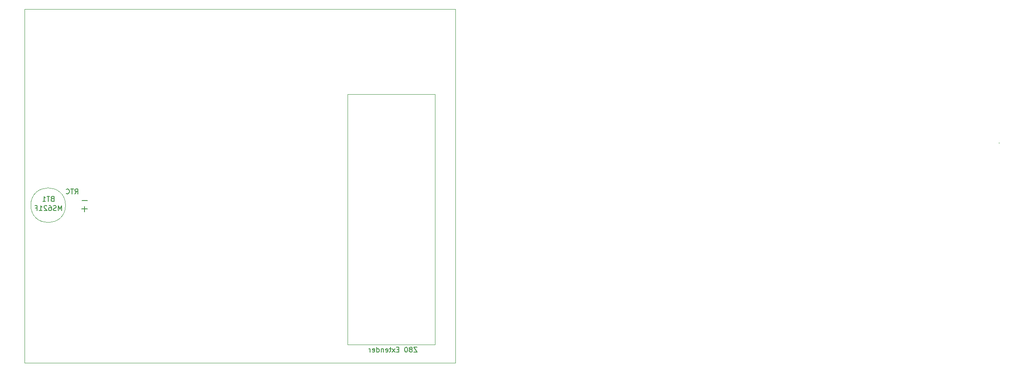
<source format=gbr>
G04 #@! TF.GenerationSoftware,KiCad,Pcbnew,(5.1.2-1)-1*
G04 #@! TF.CreationDate,2020-06-29T00:37:08+01:00*
G04 #@! TF.ProjectId,tranZPUter-SW_v1_1,7472616e-5a50-4557-9465-722d53575f76,rev?*
G04 #@! TF.SameCoordinates,Original*
G04 #@! TF.FileFunction,Legend,Bot*
G04 #@! TF.FilePolarity,Positive*
%FSLAX46Y46*%
G04 Gerber Fmt 4.6, Leading zero omitted, Abs format (unit mm)*
G04 Created by KiCad (PCBNEW (5.1.2-1)-1) date 2020-06-29 00:37:08*
%MOMM*%
%LPD*%
G04 APERTURE LIST*
%ADD10C,0.120000*%
%ADD11C,0.150000*%
G04 APERTURE END LIST*
D10*
X199771000Y-147320000D02*
X199771000Y-75184000D01*
X112141000Y-147320000D02*
X199771000Y-147320000D01*
X112141000Y-75184000D02*
X112141000Y-147320000D01*
X199771000Y-75184000D02*
X112141000Y-75184000D01*
X195580000Y-92583000D02*
X177800000Y-92583000D01*
D11*
X191951952Y-144105380D02*
X191285285Y-144105380D01*
X191951952Y-145105380D01*
X191285285Y-145105380D01*
X190761476Y-144533952D02*
X190856714Y-144486333D01*
X190904333Y-144438714D01*
X190951952Y-144343476D01*
X190951952Y-144295857D01*
X190904333Y-144200619D01*
X190856714Y-144153000D01*
X190761476Y-144105380D01*
X190571000Y-144105380D01*
X190475761Y-144153000D01*
X190428142Y-144200619D01*
X190380523Y-144295857D01*
X190380523Y-144343476D01*
X190428142Y-144438714D01*
X190475761Y-144486333D01*
X190571000Y-144533952D01*
X190761476Y-144533952D01*
X190856714Y-144581571D01*
X190904333Y-144629190D01*
X190951952Y-144724428D01*
X190951952Y-144914904D01*
X190904333Y-145010142D01*
X190856714Y-145057761D01*
X190761476Y-145105380D01*
X190571000Y-145105380D01*
X190475761Y-145057761D01*
X190428142Y-145010142D01*
X190380523Y-144914904D01*
X190380523Y-144724428D01*
X190428142Y-144629190D01*
X190475761Y-144581571D01*
X190571000Y-144533952D01*
X189761476Y-144105380D02*
X189666238Y-144105380D01*
X189571000Y-144153000D01*
X189523380Y-144200619D01*
X189475761Y-144295857D01*
X189428142Y-144486333D01*
X189428142Y-144724428D01*
X189475761Y-144914904D01*
X189523380Y-145010142D01*
X189571000Y-145057761D01*
X189666238Y-145105380D01*
X189761476Y-145105380D01*
X189856714Y-145057761D01*
X189904333Y-145010142D01*
X189951952Y-144914904D01*
X189999571Y-144724428D01*
X189999571Y-144486333D01*
X189951952Y-144295857D01*
X189904333Y-144200619D01*
X189856714Y-144153000D01*
X189761476Y-144105380D01*
X188237666Y-144581571D02*
X187904333Y-144581571D01*
X187761476Y-145105380D02*
X188237666Y-145105380D01*
X188237666Y-144105380D01*
X187761476Y-144105380D01*
X187428142Y-145105380D02*
X186904333Y-144438714D01*
X187428142Y-144438714D02*
X186904333Y-145105380D01*
X186666238Y-144438714D02*
X186285285Y-144438714D01*
X186523380Y-144105380D02*
X186523380Y-144962523D01*
X186475761Y-145057761D01*
X186380523Y-145105380D01*
X186285285Y-145105380D01*
X185571000Y-145057761D02*
X185666238Y-145105380D01*
X185856714Y-145105380D01*
X185951952Y-145057761D01*
X185999571Y-144962523D01*
X185999571Y-144581571D01*
X185951952Y-144486333D01*
X185856714Y-144438714D01*
X185666238Y-144438714D01*
X185571000Y-144486333D01*
X185523380Y-144581571D01*
X185523380Y-144676809D01*
X185999571Y-144772047D01*
X185094809Y-144438714D02*
X185094809Y-145105380D01*
X185094809Y-144533952D02*
X185047190Y-144486333D01*
X184951952Y-144438714D01*
X184809095Y-144438714D01*
X184713857Y-144486333D01*
X184666238Y-144581571D01*
X184666238Y-145105380D01*
X183761476Y-145105380D02*
X183761476Y-144105380D01*
X183761476Y-145057761D02*
X183856714Y-145105380D01*
X184047190Y-145105380D01*
X184142428Y-145057761D01*
X184190047Y-145010142D01*
X184237666Y-144914904D01*
X184237666Y-144629190D01*
X184190047Y-144533952D01*
X184142428Y-144486333D01*
X184047190Y-144438714D01*
X183856714Y-144438714D01*
X183761476Y-144486333D01*
X182904333Y-145057761D02*
X182999571Y-145105380D01*
X183190047Y-145105380D01*
X183285285Y-145057761D01*
X183332904Y-144962523D01*
X183332904Y-144581571D01*
X183285285Y-144486333D01*
X183190047Y-144438714D01*
X182999571Y-144438714D01*
X182904333Y-144486333D01*
X182856714Y-144581571D01*
X182856714Y-144676809D01*
X183332904Y-144772047D01*
X182428142Y-145105380D02*
X182428142Y-144438714D01*
X182428142Y-144629190D02*
X182380523Y-144533952D01*
X182332904Y-144486333D01*
X182237666Y-144438714D01*
X182142428Y-144438714D01*
D10*
X195580000Y-143637000D02*
X195580000Y-92583000D01*
X177800000Y-143637000D02*
X195580000Y-143637000D01*
X177800000Y-92583000D02*
X177800000Y-143637000D01*
D11*
X122364428Y-112847380D02*
X122697761Y-112371190D01*
X122935857Y-112847380D02*
X122935857Y-111847380D01*
X122554904Y-111847380D01*
X122459666Y-111895000D01*
X122412047Y-111942619D01*
X122364428Y-112037857D01*
X122364428Y-112180714D01*
X122412047Y-112275952D01*
X122459666Y-112323571D01*
X122554904Y-112371190D01*
X122935857Y-112371190D01*
X122078714Y-111847380D02*
X121507285Y-111847380D01*
X121793000Y-112847380D02*
X121793000Y-111847380D01*
X120602523Y-112752142D02*
X120650142Y-112799761D01*
X120793000Y-112847380D01*
X120888238Y-112847380D01*
X121031095Y-112799761D01*
X121126333Y-112704523D01*
X121173952Y-112609285D01*
X121221571Y-112418809D01*
X121221571Y-112275952D01*
X121173952Y-112085476D01*
X121126333Y-111990238D01*
X121031095Y-111895000D01*
X120888238Y-111847380D01*
X120793000Y-111847380D01*
X120650142Y-111895000D01*
X120602523Y-111942619D01*
D10*
X310388000Y-102489000D02*
X310261000Y-102489000D01*
D11*
X123761571Y-114192857D02*
X124904428Y-114192857D01*
X124313857Y-115379571D02*
X124313857Y-116522428D01*
X124889095Y-115951000D02*
X123738619Y-115951000D01*
D10*
X120450000Y-115177000D02*
G75*
G03X120450000Y-115177000I-3530000J0D01*
G01*
D11*
X117752714Y-113835571D02*
X117609857Y-113883190D01*
X117562238Y-113930809D01*
X117514619Y-114026047D01*
X117514619Y-114168904D01*
X117562238Y-114264142D01*
X117609857Y-114311761D01*
X117705095Y-114359380D01*
X118086047Y-114359380D01*
X118086047Y-113359380D01*
X117752714Y-113359380D01*
X117657476Y-113407000D01*
X117609857Y-113454619D01*
X117562238Y-113549857D01*
X117562238Y-113645095D01*
X117609857Y-113740333D01*
X117657476Y-113787952D01*
X117752714Y-113835571D01*
X118086047Y-113835571D01*
X117228904Y-113359380D02*
X116657476Y-113359380D01*
X116943190Y-114359380D02*
X116943190Y-113359380D01*
X115800333Y-114359380D02*
X116371761Y-114359380D01*
X116086047Y-114359380D02*
X116086047Y-113359380D01*
X116181285Y-113502238D01*
X116276523Y-113597476D01*
X116371761Y-113645095D01*
X119633666Y-116264380D02*
X119633666Y-115264380D01*
X119300333Y-115978666D01*
X118967000Y-115264380D01*
X118967000Y-116264380D01*
X118538428Y-116216761D02*
X118395571Y-116264380D01*
X118157476Y-116264380D01*
X118062238Y-116216761D01*
X118014619Y-116169142D01*
X117967000Y-116073904D01*
X117967000Y-115978666D01*
X118014619Y-115883428D01*
X118062238Y-115835809D01*
X118157476Y-115788190D01*
X118347952Y-115740571D01*
X118443190Y-115692952D01*
X118490809Y-115645333D01*
X118538428Y-115550095D01*
X118538428Y-115454857D01*
X118490809Y-115359619D01*
X118443190Y-115312000D01*
X118347952Y-115264380D01*
X118109857Y-115264380D01*
X117967000Y-115312000D01*
X117109857Y-115264380D02*
X117300333Y-115264380D01*
X117395571Y-115312000D01*
X117443190Y-115359619D01*
X117538428Y-115502476D01*
X117586047Y-115692952D01*
X117586047Y-116073904D01*
X117538428Y-116169142D01*
X117490809Y-116216761D01*
X117395571Y-116264380D01*
X117205095Y-116264380D01*
X117109857Y-116216761D01*
X117062238Y-116169142D01*
X117014619Y-116073904D01*
X117014619Y-115835809D01*
X117062238Y-115740571D01*
X117109857Y-115692952D01*
X117205095Y-115645333D01*
X117395571Y-115645333D01*
X117490809Y-115692952D01*
X117538428Y-115740571D01*
X117586047Y-115835809D01*
X116633666Y-115359619D02*
X116586047Y-115312000D01*
X116490809Y-115264380D01*
X116252714Y-115264380D01*
X116157476Y-115312000D01*
X116109857Y-115359619D01*
X116062238Y-115454857D01*
X116062238Y-115550095D01*
X116109857Y-115692952D01*
X116681285Y-116264380D01*
X116062238Y-116264380D01*
X115109857Y-116264380D02*
X115681285Y-116264380D01*
X115395571Y-116264380D02*
X115395571Y-115264380D01*
X115490809Y-115407238D01*
X115586047Y-115502476D01*
X115681285Y-115550095D01*
X114347952Y-115740571D02*
X114681285Y-115740571D01*
X114681285Y-116264380D02*
X114681285Y-115264380D01*
X114205095Y-115264380D01*
M02*

</source>
